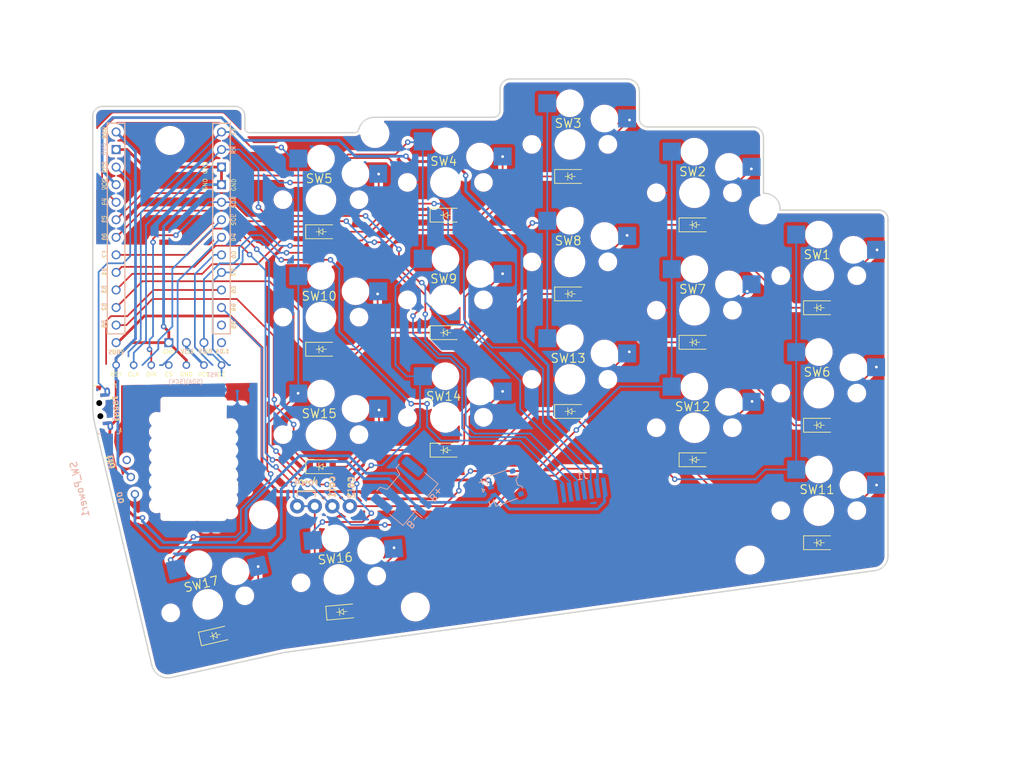
<source format=kicad_pcb>
(kicad_pcb (version 20211014) (generator pcbnew)
  (layers (0 "F.Cu" signal) (31 "B.Cu" signal) (34 "B.Paste" user) (35 "F.Paste" user) (36 "B.SilkS" user "B.Silkscreen") (37 "F.SilkS" user "F.Silkscreen") (38 "B.Mask" user) (39 "F.Mask" user) (44 "Edge.Cuts" user))
  (net 0 "")
  (net 1 "VBat")
  (net 2 "GND")
  (net 3 "row1")
  (net 4 "Net-(D1-Pad2)")
  (net 5 "Net-(D2-Pad2)")
  (net 6 "Net-(D3-Pad2)")
  (net 7 "Net-(D4-Pad2)")
  (net 8 "Net-(D5-Pad2)")
  (net 9 "row2")
  (net 10 "Net-(D6-Pad2)")
  (net 11 "Net-(D7-Pad2)")
  (net 12 "Net-(D8-Pad2)")
  (net 13 "Net-(D9-Pad2)")
  (net 14 "Net-(D10-Pad2)")
  (net 15 "row3")
  (net 16 "Net-(D11-Pad2)")
  (net 17 "Net-(D12-Pad2)")
  (net 18 "Net-(D13-Pad2)")
  (net 19 "Net-(D14-Pad2)")
  (net 20 "Net-(D15-Pad2)")
  (net 21 "row4")
  (net 22 "Net-(D16-Pad2)")
  (net 23 "Net-(D17-Pad2)")
  (net 24 "bsy")
  (net 25 "clk")
  (net 26 "cs")
  (net 27 "dc")
  (net 28 "din")
  (net 29 "3.3V")
  (net 30 "encoder_a")
  (net 31 "encoder_b")
  (net 32 "col3")
  (net 33 "VCC")
  (net 34 "0.06")
  (net 35 "0.08")
  (net 36 "0.15")
  (net 37 "0.05")
  (net 38 "col2")
  (net 39 "col1")
  (net 40 "col4")
  (net 41 "col5")
  (net 43 "VRaw")
  (net 44 "reset")
  (net 45 "VBus")
  (footprint "mylib:Diode" (layer "F.Cu") (at 163.924175 57.171463)
    (fp_text reference "D2" hide)
    (fp_text value "1N4148W" hide)
  )
  (footprint "mylib:Diode" (layer "F.Cu") (at 127.924175 55.771463)
    (fp_text reference "D4" hide)
    (fp_text value "1N4148W" hide)
  )
  (footprint "mylib:Diode" (layer "F.Cu") (at 109.924175 58.171463)
    (fp_text reference "D5" hide)
    (fp_text value "1N4148W" hide)
  )
  (footprint "mylib:Kailh_Choc_Hotplug" (layer "F.Cu") (at 127.878745 68.031463)
    (fp_text reference "SW9")
    (fp_text value "SW_PUSH-kbd" hide)
  )
  (footprint "mylib:Kailh_Choc_Hotplug" (layer "F.Cu") (at 93.51134 112.081463 13)
    (fp_text reference "SW17")
    (fp_text value "SW_PUSH-kbd" hide)
  )
  (footprint "mylib:pogopin_1x4" (layer "F.Cu") (at 110.253745 97.881463 180)
    (fp_text reference "J2" hide)
    (fp_text value "expantion1")
  )
  (footprint "mylib:Diode" (layer "F.Cu") (at 109.924175 75.171463)
    (fp_text reference "D10" hide)
    (fp_text value "1N4148W" hide)
  )
  (footprint "mylib:Diode" (layer "F.Cu") (at 127.924175 72.771463)
    (fp_text reference "D9" hide)
    (fp_text value "1N4148W" hide)
  )
  (footprint "mylib:Kailh_Choc_Hotplug" (layer "F.Cu") (at 145.878745 62.531463)
    (fp_text reference "SW8")
    (fp_text value "SW_PUSH-kbd" hide)
  )
  (footprint "mylib:Diode" (layer "F.Cu") (at 163.924175 91.171463)
    (fp_text reference "D12" hide)
    (fp_text value "1N4148W" hide)
  )
  (footprint "mylib:Diode" (layer "F.Cu") (at 112.899175 113.171463 5)
    (fp_text reference "D16" hide)
    (fp_text value "1N4148W" hide)
  )
  (footprint "mylib:Kailh_Choc_Hotplug" (layer "F.Cu") (at 145.878745 45.531463)
    (fp_text reference "SW3")
    (fp_text value "SW_PUSH-kbd" hide)
  )
  (footprint "mylib:Diode" (layer "F.Cu") (at 127.924175 89.771463)
    (fp_text reference "D14" hide)
    (fp_text value "1N4148W" hide)
  )
  (footprint "mylib:Kailh_Choc_Hotplug" (layer "F.Cu") (at 163.878745 86.531463)
    (fp_text reference "SW12")
    (fp_text value "SW_PUSH-kbd" hide)
  )
  (footprint "mylib:Kailh_Choc_Hotplug" (layer "F.Cu") (at 181.878745 64.531463)
    (fp_text reference "SW1")
    (fp_text value "SW_PUSH-kbd" hide)
  )
  (footprint "mylib:SW_Reset_vertical" (layer "F.Cu") (at 77.053743 83.981463 95)
    (fp_text reference "SW_Reset1" hide)
    (fp_text value "SW_RESET-kbd")
  )
  (footprint "mylib:Kailh_Choc_Hotplug" (layer "F.Cu") (at 109.878745 70.531463)
    (fp_text reference "SW10")
    (fp_text value "SW_PUSH-kbd" hide)
  )
  (footprint "MountingHole:MountingHole_3.2mm_M3_DIN965" (layer "F.Cu") (at 173.878745 55.031463)
    (fp_text reference "H4" hide)
    (fp_text value "MountingHole")
  )
  (footprint "mylib:Kailh_Choc_Hotplug" (layer "F.Cu") (at 127.878745 51.031463)
    (fp_text reference "SW4")
    (fp_text value "SW_PUSH-kbd" hide)
  )
  (footprint "MountingHole:MountingHole_3.2mm_M3_DIN965" (layer "F.Cu") (at 171.928745 105.681463)
    (fp_text reference "H1" hide)
    (fp_text value "MountingHole")
  )
  (footprint "mylib:Kailh_Choc_Hotplug" (layer "F.Cu") (at 109.878745 53.531463)
    (fp_text reference "SW5")
    (fp_text value "SW_PUSH-kbd" hide)
  )
  (footprint "mylib:Kailh_Choc_Hotplug" (layer "F.Cu") (at 112.471585 108.481463 5)
    (fp_text reference "SW16")
    (fp_text value "SW_PUSH-kbd" hide)
  )
  (footprint "mylib:Kailh_Choc_Hotplug" (layer "F.Cu") (at 163.878745 69.531463)
    (fp_text reference "SW7")
    (fp_text value "SW_PUSH-kbd" hide)
  )
  (footprint "mylib:Diode" (layer "F.Cu") (at 181.924175 103.171463)
    (fp_text reference "D11" hide)
    (fp_text value "1N4148W" hide)
  )
  (footprint "MountingHole:MountingHole_3.2mm_M3_DIN965" (layer "F.Cu") (at 117.678745 43.956463)
    (fp_text reference "H2" hide)
    (fp_text value "MountingHole")
  )
  (footprint "mylib:Kailh_Choc_Hotplug" (layer "F.Cu") (at 109.878745 87.531463)
    (fp_text reference "SW15")
    (fp_text value "SW_PUSH-kbd" hide)
  )
  (footprint "MountingHole:MountingHole_3.2mm_M3_DIN965" (layer "F.Cu") (at 101.578745 99.131463)
    (fp_text reference "H3" hide)
    (fp_text value "MountingHole")
  )
  (footprint "mylib:Kailh_Choc_Hotplug" (layer "F.Cu") (at 145.878745 79.531463)
    (fp_text reference "SW13")
    (fp_text value "SW_PUSH-kbd" hide)
  )
  (footprint "mylib:Diode" (layer "F.Cu") (at 145.924175 67.171463)
    (fp_text reference "D8" hide)
    (fp_text value "1N4148W" hide)
  )
  (footprint "mylib:ProMacroLite_Partial" (layer "F.Cu") (at 87.878743 57.706463)
    (fp_text reference "U1" hide)
    (fp_text value "ProMicro-kbd")
  )
  (footprint "mylib:Diode" (layer "F.Cu") (at 145.924175 84.171463)
    (fp_text reference "D13" hide)
    (fp_text value "1N4148W" hide)
  )
  (footprint "mylib:Diode" (layer "F.Cu") (at 181.924175 86.171463)
    (fp_text reference "D6" hide)
    (fp_text value "1N4148W" hide)
  )
  (footprint "mylib:Kailh_Choc_Hotplug" (layer "F.Cu") (at 163.878745 52.531463)
    (fp_text reference "SW2")
    (fp_text value "SW_PUSH-kbd" hide)
  )
  (footprint "mylib:Diode" (layer "F.Cu") (at 163.924175 74.171463)
    (fp_text reference "D7" hide)
    (fp_text value "1N4148W" hide)
  )
  (footprint "mylib:Conn_LCD" (layer "F.Cu") (at 87.878743 76.806463)
    (fp_text reference "Display1" hide)
    (fp_text value "Conn_Display_general")
  )
  (footprint "mylib:Kailh_Choc_Hotplug" (layer "F.Cu") (at 181.878745 98.531463)
    (fp_text reference "SW11")
    (fp_text value "SW_PUSH-kbd" hide)
  )
  (footprint "mylib:Diode" (layer "F.Cu") (at 109.924175 92.171463)
    (fp_text reference "D15" hide)
    (fp_text value "1N4148W" hide)
  )
  (footprint "mylib:Diode" (layer "F.Cu") (at 94.574175 116.596463 13)
    (fp_text reference "D17" hide)
    (fp_text value "1N4148W" hide)
  )
  (footprint "mylib:Diode" (layer "F.Cu") (at 181.924175 69.171463)
    (fp_text reference "D1" hide)
    (fp_text value "1N4148W" hide)
  )
  (footprint "mylib:Kailh_Choc_Hotplug" (layer "F.Cu") (at 127.878745 85.031463)
    (fp_text reference "SW14")
    (fp_text value "SW_PUSH-kbd" hide)
  )
  (footprint "mylib:Diode" (layer "F.Cu") (at 145.924175 50.171463)
    (fp_text reference "D3" hide)
    (fp_text value "1N4148W" hide)
  )
  (footprint "mylib:Kailh_Choc_Hotplug" (layer "F.Cu") (at 181.878745 81.531463)
    (fp_text reference "SW6")
    (fp_text value "SW_PUSH-kbd" hide)
  )
  (footprint "MountingHole:MountingHole_3.2mm_M3_DIN965" (layer "F.Cu") (at 123.528745 112.461463)
    (fp_text reference "H5" hide)
    (fp_text value "MountingHole")
  )
  (footprint "mylib:SW_BSI10" (layer "B.Cu") (at 79.178743 94.431463 -76.6)
    (fp_text reference "SW_Power1")
    (fp_text value "SW_Battery-kbd")
  )
  (footprint "mylib:JST_ACH_BM02B-ACHSS-GAN-ETF_1x02-1MP_P1.20mm_Vertical" (layer "B.Cu") (at 136.41 95.1 -70)
    (fp_text reference "WirelessCharger1" hide)
    (fp_text value "Conn_01x02_Female" hide)
  )
  (footprint "mylib:Molex_Panelmate_53780-0270_1x02-1MP_P1.25mm_Horizontal" (layer "B.Cu") (at 122.474175 96.146463 50)
    (fp_text reference "Bat_main1" hide)
    (fp_text value "Conn_Battery_solderable")
  )
  (footprint "mylib:fpc_pad_1x07_p1.0" (layer "B.Cu") (at 147.89233 95.54924 -172)
    (fp_text reference "J1")
    (fp_text value "Conn_01x07_Male" hide)
  )
  (gr_line (start 157.128743 43.006463) (end 172.378743 43.006463) (layer "Edge.Cuts") (width 0.2))
  (gr_arc (start 154.233743 36.061463) (mid 155.438805 36.621321) (end 155.928743 37.856463) (layer "Edge.Cuts") (width 0.2))
  (gr_line (start 176.278743 55.031463) (end 190.528743 55.031463) (layer "Edge.Cuts") (width 0.2))
  (gr_arc (start 115.373629 43.255698) (mid 115.152929 43.657538) (end 114.728743 43.831463) (layer "Edge.Cuts") (width 0.2))
  (gr_line (start 77.328743 86.656463) (end 85.438743 120.976463) (layer "Edge.Cuts") (width 0.2))
  (gr_arc (start 135.778938 37.54105) (mid 136.222437 36.490666) (end 137.278743 36.061463) (layer "Edge.Cuts") (width 0.2))
  (gr_arc (start 157.128744 43.006458) (mid 156.269863 42.629988) (end 155.928748 41.756463) (layer "Edge.Cuts") (width 0.2))
  (gr_arc (start 172.378743 43.006463) (mid 173.439403 43.445803) (end 173.878743 44.506463) (layer "Edge.Cuts") (width 0.2))
  (gr_line (start 117.678743 41.606463) (end 134.828743 41.606463) (layer "Edge.Cuts") (width 0.2))
  (gr_line (start 191.878743 56.306463) (end 191.878743 105.031463) (layer "Edge.Cuts") (width 0.2))
  (gr_arc (start 97.378743 40.031463) (mid 98.379645 40.35538) (end 98.878743 41.281463) (layer "Edge.Cuts") (width 0.2))
  (gr_line (start 173.878743 44.506463) (end 173.878743 52.606463) (layer "Edge.Cuts") (width 0.2))
  (gr_line (start 104.503743 119.056463) (end 88.198743 122.676463) (layer "Edge.Cuts") (width 0.2))
  (gr_arc (start 190.528743 55.031463) (mid 191.467805 55.389368) (end 191.878743 56.306463) (layer "Edge.Cuts") (width 0.2))
  (gr_line (start 137.278743 36.061463) (end 154.233743 36.061463) (layer "Edge.Cuts") (width 0.2))
  (gr_arc (start 88.198743 122.676463) (mid 86.485968 122.366733) (end 85.438743 120.976463) (layer "Edge.Cuts") (width 0.2))
  (gr_line (start 104.503743 119.056463) (end 190.238543 107.166463) (layer "Edge.Cuts") (width 0.2))
  (gr_line (start 155.928743 37.856463) (end 155.928743 41.756463) (layer "Edge.Cuts") (width 0.2))
  (gr_arc (start 77.328743 86.656463) (mid 77.008697 85.10765) (end 76.878743 83.531463) (layer "Edge.Cuts") (width 0.2))
  (gr_arc (start 191.878727 105.031479) (mid 191.435564 106.388544) (end 190.238543 107.166463) (layer "Edge.Cuts") (width 0.2))
  (gr_arc (start 99.454743 43.831463) (mid 99.056305 43.620742) (end 98.878743 43.206463) (layer "Edge.Cuts") (width 0.2))
  (gr_arc (start 115.373629 43.255698) (mid 116.24686 42.040671) (end 117.678743 41.606463) (layer "Edge.Cuts") (width 0.2))
  (gr_arc (start 173.878848 52.60644) (mid 175.621206 53.282161) (end 176.278743 55.031463) (layer "Edge.Cuts") (width 0.2))
  (gr_line (start 76.878743 83.531463) (end 76.878743 41.281463) (layer "Edge.Cuts") (width 0.2))
  (gr_line (start 98.878743 43.206463) (end 98.878743 41.281463) (layer "Edge.Cuts") (width 0.2))
  (gr_line (start 97.378743 40.031463) (end 78.378743 40.031463) (layer "Edge.Cuts") (width 0.2))
  (gr_arc (start 76.878743 41.281463) (mid 77.381918 40.360273) (end 78.378743 40.031463) (layer "Edge.Cuts") (width 0.2))
  (gr_line (start 135.778743 40.606463) (end 135.778743 37.541063) (layer "Edge.Cuts") (width 0.2))
  (gr_arc (start 135.778742 40.60646) (mid 135.51085 41.303213) (end 134.828743 41.606463) (layer "Edge.Cuts") (width 0.2))
  (gr_line (start 99.454743 43.831463) (end 114.728743 43.831463) (layer "Edge.Cuts") (width 0.2))
  (segment (start 113.599175 91.421463) (end 108.107857 91.421463) (width 0.4) (layer "B.Cu") (net 1))
  (segment (start 89.330831 103.848489) (end 89.29332 103.886) (width 0.4) (layer "B.Cu") (net 1))
  (segment (start 104.14 95.38932) (end 104.14 102.362) (width 0.4) (layer "B.Cu") (net 1))
  (segment (start 86.582712 103.886) (end 82.977543 100.280831) (width 0.4) (layer "B.Cu") (net 1))
  (segment (start 82.977543 100.280831) (end 82.977543 96.137546) (width 0.4) (layer "B.Cu") (net 1))
  (segment (start 89.29332 103.886) (end 86.582712 103.886) (width 0.4) (layer "B.Cu") (net 1))
  (segment (start 116.099175 93.921463) (end 113.599175 91.421463) (width 0.4) (layer "B.Cu") (net 1))
  (segment (start 119.713774 93.921463) (end 116.099175 93.921463) (width 0.4) (layer "B.Cu") (net 1))
  (segment (start 108.107857 91.421463) (end 104.14 95.38932) (width 0.4) (layer "B.Cu") (net 1))
  (segment (start 104.14 102.362) (end 102.653511 103.848489) (width 0.4) (layer "B.Cu") (net 1))
  (segment (start 124.217357 98.425046) (end 119.713774 93.921463) (width 0.4) (layer "B.Cu") (net 1))
  (segment (start 102.653511 103.848489) (end 89.330831 103.848489) (width 0.4) (layer "B.Cu") (net 1))
  (segment (start 81.836463 46.276463) (end 84.376463 48.816463) (width 0.4) (layer "F.Cu") (net 2))
  (segment (start 84.074 99.568) (end 83.058 99.568) (width 0.4) (layer "F.Cu") (net 2))
  (segment (start 87.878743 72.638743) (end 87.878743 74.216463) (width 0.4) (layer "F.Cu") (net 2))
  (segment (start 83.058 99.568) (end 81.534 98.044) (width 0.4) (layer "F.Cu") (net 2))
  (segment (start 84.376463 48.816463) (end 95.498743 48.816463) (width 0.4) (layer "F.Cu") (net 2))
  (segment (start 80.258743 46.276463) (end 81.836463 46.276463) (width 0.4) (layer "F.Cu") (net 2))
  (segment (start 87.878743 74.216463) (end 82.501537 74.216463) (width 0.4) (layer "F.Cu") (net 2))
  (segment (start 95.498743 48.816463) (end 95.498743 51.356463) (width 0.4) (layer "F.Cu") (net 2))
  (segment (start 80.264 85.434016) (end 79.413451 86.284565) (width 0.4) (layer "F.Cu") (net 2))
  (segment (start 82.501537 74.216463) (end 80.264 76.454) (width 0.4) (layer "F.Cu") (net 2))
  (segment (start 79.248 88.646) (end 79.413451 86.284565) (width 0.4) (layer "F.Cu") (net 2))
  (segment (start 80.264 76.454) (end 80.264 85.434016) (width 0.4) (layer "F.Cu") (net 2))
  (segment (start 90.418743 76.756463) (end 90.418743 77.466463) (width 0.4) (layer "F.Cu") (net 2))
  (segment (start 87.122 71.882) (end 87.878743 72.638743) (width 0.4) (layer "F.Cu") (net 2))
  (segment (start 81.534 98.044) (end 79.248 88.646) (width 0.4) (layer "F.Cu") (net 2))
  (segment (start 87.878743 74.216463) (end 90.418743 76.756463) (width 0.4) (layer "F.Cu") (net 2))
  (via (at 87.122 71.882) (size 0.8) (drill 0.4) (layers "F.Cu" "B.Cu") (net 2))
  (via (at 84.074 99.568) (size 0.8) (drill 0.4) (layers "F.Cu" "B.Cu") (net 2))
  (segment (start 116.424175 93.121463) (end 120.674814 93.121463) (width 0.4) (layer "B.Cu") (net 2))
  (segment (start 84.074 100.076) (end 87.122 103.124) (width 0.4) (layer "B.Cu") (net 2))
  (segment (start 137.16 98.298) (end 149.86 98.298) (width 0.4) (layer "B.Cu") (net 2))
  (segment (start 113.899175 90.596463) (end 116.424175 93.121463) (width 0.4) (layer "B.Cu") (net 2))
  (segment (start 97.536 103.124) (end 99.06 101.6) (width 0.4) (layer "B.Cu") (net 2))
  (segment (start 87.122 103.124) (end 97.536 103.124) (width 0.4) (layer "B.Cu") (net 2))
  (segment (start 99.06 98.298) (end 106.761537 90.596463) (width 0.4) (layer "B.Cu") (net 2))
  (segment (start 93.193537 51.356463) (end 95.498743 51.356463) (width 0.4) (layer "B.Cu") (net 2))
  (segment (start 84.074 99.568) (end 84.074 100.076) (width 0.4) (layer "B.Cu") (net 2))
  (segment (start 87.122 57.428) (end 93.193537 51.356463) (width 0.4) (layer "B.Cu") (net 2))
  (segment (start 134.853288 96.305103) (end 135.167103 96.305103) (width 0.4) (layer "B.Cu") (net 2))
  (segment (start 150.876 97.282) (end 150.876 95.144587) (width 0.4) (layer "B.Cu") (net 2))
  (segment (start 106.761537 90.596463) (end 113.899175 90.596463) (width 0.4) (layer "B.Cu") (net 2))
  (segment (start 149.86 98.298) (end 150.876 97.282) (width 0.4) (layer "B.Cu") (net 2))
  (segment (start 99.06 101.6) (end 99.06 98.298) (width 0.4) (layer "B.Cu") (net 2))
  (segment (start 125.158333 97.33) (end 133.828391 97.33) (width 0.4) (layer "B.Cu") (net 2))
  (segment (start 133.828391 97.33) (end 134.853288 96.305103) (width 0.4) (layer "B.Cu") (net 2))
  (segment (start 120.674814 93.121463) (end 125.020842 97.467491) (width 0.4) (layer "B.Cu") (net 2))
  (segment (start 87.122 71.882) (end 87.122 57.428) (width 0.4) (layer "B.Cu") (net 2))
  (segment (start 135.167103 96.305103) (end 137.16 98.298) (width 0.4) (layer "B.Cu") (net 2))
  (segment (start 108.988712 59.436) (end 108.274175 58.721463) (width 0.25) (layer "F.Cu") (net 3))
  (segment (start 180.274175 69.171463) (end 177.999175 69.171463) (width 0.25) (layer "F.Cu") (net 3))
  (segment (start 115.824 59.436) (end 108.988712 59.436) (width 0.25) (layer "F.Cu") (net 3))
  (segment (start 92.71 64.262) (end 94.110537 62.861463) (width 0.25) (layer "F.Cu") (net 3))
  (segment (start 108.274175 58.721463) (end 108.274175 58.171463) (width 0.25) (layer "F.Cu") (net 3))
  (segment (start 100.644175 62.861463) (end 105.334175 58.171463) (width 0.25) (layer "F.Cu") (net 3))
  (segment (start 162.274175 57.171463) (end 157.049175 57.171463) (width 0.25) (layer "F.Cu") (net 3))
  (segment (start 144.399175 50.171463) (end 139.749175 50.171463) (width 0.25) (layer "F.Cu") (net 3))
  (segment (start 170.149175 61.321463) (end 166.424175 61.321463) (width 0.25) (layer "F.Cu") (net 3))
  (segment (start 119.488537 55.771463) (end 115.824 59.436) (width 0.25) (layer "F.Cu") (net 3))
  (segment (start 177.999175 69.171463) (end 170.149175 61.321463) (width 0.25) (layer "F.Cu") (net 3))
  (segment (start 139.749175 50.171463) (end 132.770638 57.15) (width 0.25) (layer "F.Cu") (net 3))
  (segment (start 105.334175 58.171463) (end 108.274175 58.171463) (width 0.25) (layer "F.Cu") (net 3))
  (segment (start 94.110537 62.861463) (end 100.644175 62.861463) (width 0.25) (layer "F.Cu") (net 3))
  (segment (start 126.274175 55.771463) (end 119.488537 55.771463) (width 0.25) (layer "F.Cu") (net 3))
  (segment (start 80.258743 66.596463) (end 82.593206 64.262) (width 0.25) (layer "F.Cu") (net 3))
  (segment (start 166.424175 61.321463) (end 162.274175 57.171463) (width 0.25) (layer "F.Cu") (net 3))
  (segment (start 127.652712 57.15) (end 126.274175 55.771463) (width 0.25) (layer "F.Cu") (net 3))
  (segment (start 157.049175 57.171463) (end 154.424175 54.546463) (width 0.25) (layer "F.Cu") (net 3))
  (segment (start 148.774175 54.546463) (end 144.399175 50.171463) (width 0.25) (layer "F.Cu") (net 3))
  (segment (start 132.770638 57.15) (end 127.652712 57.15) (width 0.25) (layer "F.Cu") (net 3))
  (segment (start 82.593206 64.262) (end 92.71 64.262) (width 0.25) (layer "F.Cu") (net 3))
  (segment (start 154.424175 54.546463) (end 148.774175 54.546463) (width 0.25) (layer "F.Cu") (net 3))
  (segment (start 190.299175 60.796463) (end 188.074175 63.021463) (width 0.25) (layer "F.Cu") (net 4))
  (segment (start 185.099175 67.646463) (end 183.574175 69.171463) (width 0.25) (layer "F.Cu") (net 4))
  (segment (start 188.074175 63.021463) (end 186.449175 63.021463) (width 0.25) (layer "F.Cu") (net 4))
  (segment (start 186.449175 63.021463) (end 185.099175 64.371463) (width 0.25) (layer "F.Cu") (net 4))
  (segment (start 185.099175 64.371463) (end 185.099175 67.646463) (width 0.25) (layer "F.Cu") (net 4))
  (via (at 190.299175 60.796463) (size 0.8) (drill 0.4) (layers "F.Cu" "B.Cu") (net 4))
  (segment (start 170.249175 50.946463) (end 167.949175 50.946463) (width 0.25) (layer "F.Cu") (net 5))
  (segment (start 166.774175 52.121463) (end 166.774175 55.971463) (width 0.25) (layer "F.Cu") (net 5))
  (segment (start 167.949175 50.946463) (end 166.774175 52.121463) (width 0.25) (layer "F.Cu") (net 5))
  (segment (start 166.774175 55.971463) (end 165.574175 57.171463) (width 0.25) (layer "F.Cu") (net 5))
  (segment (start 172.124175 49.071463) (end 170.249175 50.946463) (width 0.25) (layer "F.Cu") (net 5))
  (via (at 172.124175 49.071463) (size 0.8) (drill 0.4) (layers "F.Cu" "B.Cu") (net 5))
  (segment (start 150.199175 43.971463) (end 148.749175 45.421463) (width 0.25) (layer "F.Cu") (net 6))
  (segment (start 152.524175 43.971463) (end 150.199175 43.971463) (width 0.25) (layer "F.Cu") (net 6))
  (segment (start 148.749175 45.421463) (end 148.749175 48.996463) (width 0.25) (layer "F.Cu") (net 6))
  (segment (start 148.749175 48.996463) (end 147.574175 50.171463) (width 0.25) (layer "F.Cu") (net 6))
  (segment (start 154.499175 41.996463) (end 152.524175 43.971463) (width 0.25) (layer "F.Cu") (net 6))
  (via (at 154.499175 41.996463) (size 0.8) (drill 0.4) (layers "F.Cu" "B.Cu") (net 6))
  (segment (start 133.077537 55.771463) (end 129.574175 55.771463) (width 0.25) (layer "F.Cu") (net 7))
  (segment (start 136.149175 47.296463) (end 136.149175 52.699825) (width 0.25) (layer "F.Cu") (net 7))
  (segment (start 136.149175 52.699825) (end 133.077537 55.771463) (width 0.25) (layer "F.Cu") (net 7))
  (via (at 136.149175 47.296463) (size 0.8) (drill 0.4) (layers "F.Cu" "B.Cu") (net 7))
  (segment (start 118.224175 56.019825) (end 116.072537 58.171463) (width 0.25) (layer "F.Cu") (net 8))
  (segment (start 118.224175 49.821463) (end 118.224175 56.019825) (width 0.25) (layer "F.Cu") (net 8))
  (segment (start 116.072537 58.171463) (end 111.574175 58.171463) (width 0.25) (layer "F.Cu") (net 8))
  (via (at 118.224175 49.821463) (size 0.8) (drill 0.4) (layers "F.Cu" "B.Cu") (net 8))
  (segment (start 127.624175 74.921463) (end 126.274175 73.571463) (width 0.25) (layer "F.Cu") (net 9))
  (segment (start 139.399175 67.171463) (end 131.649175 74.921463) (width 0.25) (layer "F.Cu") (net 9))
  (segment (start 139.399175 67.171463) (end 145.224175 67.171463) (width 0.25) (layer "F.Cu") (net 9))
  (segment (start 114.3 76.454) (end 109.556712 76.454) (width 0.25) (layer "F.Cu") (net 9))
  (segment (start 149.824175 71.771463) (end 145.224175 67.171463) (width 0.25) (layer "F.Cu") (net 9))
  (segment (start 170.199175 78.071463) (end 166.174175 78.071463) (width 0.25) (layer "F.Cu") (net 9))
  (segment (start 109.556712 76.454) (end 108.274175 75.171463) (width 0.25) (layer "F.Cu") (net 9))
  (segment (start 102.415463 65.331463) (end 106.68 69.596) (width 0.25) (layer "F.Cu") (net 9))
  (segment (start 126.274175 72.771463) (end 117.982537 72.771463) (width 0.25) (layer "F.Cu") (net 9))
  (segment (start 166.174175 78.071463) (end 162.274175 74.171463) (width 0.25) (layer "F.Cu") (net 9))
  (segment (start 178.299175 86.171463) (end 170.199175 78.071463) (width 0.25) (layer "F.Cu") (net 9))
  (segment (start 131.649175 74.921463) (end 127.624175 74.921463) (width 0.25) (layer "F.Cu") (net 9))
  (segment (start 84.063743 65.331463) (end 102.415463 65.331463) (width 0.25) (layer "F.Cu") (net 9))
  (segment (start 126.274175 73.571463) (end 126.274175 72.771463) (width 0.25) (layer "F.Cu") (net 9))
  (segment (start 162.274175 74.171463) (end 156.599175 74.171463) (width 0.25) (layer "F.Cu") (net 9))
  (segment (start 106.68 69.596) (end 106.68 73.577288) (width 0.25) (layer "F.Cu") (net 9))
  (segment (start 80.258743 69.136463) (end 84.063743 65.331463) (width 0.25) (layer "F.Cu") (net 9))
  (segment (start 180.274175 86.171463) (end 178.299175 86.171463) (width 0.25) (layer "F.Cu") (net 9))
  (segment (start 154.199175 71.771463) (end 149.824175 71.771463) (width 0.25) (layer "F.Cu") (net 9))
  (segment (start 106.68 73.577288) (end 108.274175 75.171463) (width 0.25) (layer "F.Cu") (net 9))
  (segment (start 156.599175 74.171463) (end 154.199175 71.771463) (width 0.25) (layer "F.Cu") (net 9))
  (segment (start 117.982537 72.771463) (end 114.3 76.454) (width 0.25) (layer "F.Cu") (net 9))
  (segment (start 190.199175 77.746463) (end 187.974175 79.971463) (width 0.25) (layer "F.Cu") (net 10))
  (segment (start 186.774175 79.971463) (end 184.999175 81.746463) (width 0.25) (layer "F.Cu") (net 10))
  (segment (start 184.999175 84.746463) (end 183.574175 86.171463) (width 0.25) (layer "F.Cu") (net 10))
  (segment (start 184.999175 81.746463) (end 184.999175 84.746463) (width 0.25) (layer "F.Cu") (net 10))
  (segment (start 187.974175 79.971463) (end 186.774175 79.971463) (width 0.25) (layer "F.Cu") (net 10))
  (via (at 190.199175 77.746463) (size 0.8) (drill 0.4) (layers "F.Cu" "B.Cu") (net 10))
  (segment (start 165.574175 74.171463) (end 166.724175 73.021463) (width 0.25) (layer "F.Cu") (net 11))
  (segment (start 167.974175 67.996463) (end 170.324175 67.996463) (width 0.25) (layer "F.Cu") (net 11))
  (segment (start 166.724175 73.021463) (end 166.724175 69.246463) (width 0.25) (layer "F.Cu") (net 11))
  (segment (start 166.724175 69.246463) (end 167.974175 67.996463) (width 0.25) (layer "F.Cu") (net 11))
  (segment (start 170.324175 67.996463) (end 171.522148 66.79849) (width 0.25) (layer "F.Cu") (net 11))
  (via (at 171.522148 66.79849) (size 0.8) (drill 0.4) (layers "F.Cu" "B.Cu") (net 11))
  (segment (start 151.849175 60.996463) (end 150.374175 60.996463) (width 0.25) (layer "F.Cu") (net 12))
  (segment (start 148.924175 65.821463) (end 147.574175 67.171463) (width 0.25) (layer "F.Cu") (net 12))
  (segment (start 148.924175 62.446463) (end 148.924175 65.821463) (width 0.25) (layer "F.Cu") (net 12))
  (segment (start 154.149175 58.696463) (end 151.849175 60.996463) (width 0.25) (layer "F.Cu") (net 12))
  (segment (start 150.374175 60.996463) (end 148.924175 62.446463) (width 0.25) (layer "F.Cu") (net 12))
  (via (at 154.149175 58.696463) (size 0.8) (drill 0.4) (layers "F.Cu" "B.Cu") (net 12))
  (segment (start 136.149175 64.246463) (end 133.924175 66.471463) (width 0.25) (layer "F.Cu") (net 13))
  (segment (start 130.699175 71.646463) (end 129.574175 72.771463) (width 0.25) (layer "F.Cu") (net 13))
  (segment (start 130.699175 67.596463) (end 130.699175 71.646463) (width 0.25) (layer "F.Cu") (net 13))
  (segment (start 131.824175 66.471463) (end 130.699175 67.596463) (width 0.25) (layer "F.Cu") (net 13))
  (segment (start 133.924175 66.471463) (end 131.824175 66.471463) (width 0.25) (layer "F.Cu") (net 13))
  (via (at 136.149175 64.246463) (size 0.8) (drill 0.4) (layers "F.Cu" "B.Cu") (net 13))
  (segment (start 114.820537 75.171463) (end 111.574175 75.171463) (width 0.25) (layer "F.Cu") (net 14))
  (segment (start 118.074175 67.171463) (end 118.074175 71.917825) (width 0.25) (layer "F.Cu") (net 14))
  (segment (start 118.074175 71.917825) (end 114.820537 75.171463) (width 0.25) (layer "F.Cu") (net 14))
  (via (at 118.074175 67.171463) (size 0.8) (drill 0.4) (layers "F.Cu" "B.Cu") (net 14))
  (segment (start 80.258743 71.676463) (end 81.739537 71.676463) (width 0.25) (layer "F.Cu") (net 15))
  (segment (start 152.761463 91.171463) (end 145.761463 84.171463) (width 0.25) (layer "F.Cu") (net 15))
  (segment (start 113.198638 93.472) (end 109.574712 93.472) (width 0.25) (layer "F.Cu") (net 15))
  (segment (start 126.274175 89.771463) (end 116.899175 89.771463) (width 0.25) (layer "F.Cu") (net 15))
  (segment (start 81.739537 71.676463) (end 85.514537 67.901463) (width 0.25) (layer "F.Cu") (net 15))
  (segment (start 103.044175 73.221463) (end 103.044175 82.351463) (width 0.25) (layer "F.Cu") (net 15))
  (segment (start 105.934175 89.831463) (end 105.934175 86.051463) (width 0.25) (layer "F.Cu") (net 15))
  (segment (start 116.899175 89.771463) (end 113.198638 93.472) (width 0.25) (layer "F.Cu") (net 15))
  (segment (start 109.574712 93.472) (end 105.934175 89.831463) (width 0.25) (layer "F.Cu") (net 15))
  (segment (start 172.374175 101.271463) (end 162.274175 91.171463) (width 0.25) (layer "F.Cu") (net 15))
  (segment (start 140.474175 84.171463) (end 133.124175 91.521463) (width 0.25) (layer "F.Cu") (net 15))
  (segment (start 133.124175 91.521463) (end 128.024175 91.521463) (width 0.25) (layer "F.Cu") (net 15))
  (segment (start 140.474175 84.171463) (end 145.761463 84.171463) (width 0.25) (layer "F.Cu") (net 15))
  (segment (start 97.724175 67.901463) (end 103.044175 73.221463) (width 0.25) (layer "F.Cu") (net 15))
  (segment (start 128.024175 91.521463) (end 126.274175 89.771463) (width 0.25) (layer "F.Cu") (net 15))
  (segment (start 180.274175 103.171463) (end 178.374175 101.271463) (width 0.25) (layer "F.Cu") (net 15))
  (segment (start 162.274175 91.171463) (end 152.761463 91.171463) (width 0.25) (layer "F.Cu") (net 15))
  (segment (start 103.044175 82.351463) (end 103.144175 82.451463) (width 0.25) (layer "F.Cu") (net 15))
  (segment (start 178.374175 101.271463) (end 172.374175 101.271463) (width 0.25) (layer "F.Cu") (net 15))
  (segment (start 85.514537 67.901463) (end 97.724175 67.901463) (width 0.25) (layer "F.Cu") (net 15))
  (via (at 105.934175 86.051463) (size 0.8) (drill 0.4) (layers "F.Cu" "B.Cu") (net 15))
  (via (at 103.144175 82.451463) (size 0.8) (drill 0.4) (layers "F.Cu" "B.Cu") (net 15))
  (segment (start 103.144175 82.451463) (end 103.144175 83.261463) (width 0.25) (layer "B.Cu") (net 15))
  (segment (start 103.144175 83.261463) (end 105.934175 86.051463) (width 0.25) (layer "B.Cu") (net 15))
  (segment (start 187.999175 97.046463) (end 186.374175 97.046463) (width 0.25) (layer "F.Cu") (net 16))
  (segment (start 186.374175 97.046463) (end 185.074175 98.346463) (width 0.25) (layer "F.Cu") (net 16))
  (segment (start 185.074175 101.671463) (end 183.574175 103.171463) (width 0.25) (layer "F.Cu") (net 16))
  (segment (start 190.224175 94.821463) (end 187.999175 97.046463) (width 0.25) (layer "F.Cu") (net 16))
  (segment (start 185.074175 98.346463) (end 185.074175 101.671463) (width 0.25) (layer "F.Cu") (net 16))
  (via (at 190.224175 94.821463) (size 0.8) (drill 0.4) (layers "F.Cu" "B.Cu") (net 16))
  (segment (start 168.349175 84.996463) (end 166.999175 86.346463) (width 0.25) (layer "F.Cu") (net 17))
  (segment (start 166.999175 86.346463) (end 166.999175 89.746463) (width 0.25) (layer "F.Cu") (net 17))
  (segment (start 166.999175 89.746463) (end 165.574175 91.171463) (width 0.25) (layer "F.Cu") (net 17))
  (segment (start 172.224175 82.721463) (end 169.949175 84.996463) (width 0.25) (layer "F.Cu") (net 17))
  (segment (start 169.949175 84.996463) (end 168.349175 84.996463) (width 0.25) (layer "F.Cu") (net 17))
  (via (at 172.224175 82.721463) (size 0.8) (drill 0.4) (layers "F.Cu" "B.Cu") (net 17))
  (segment (start 148.799175 79.271463) (end 148.799175 82.946463) (width 0.25) (layer "F.Cu") (net 18))
  (segment (start 150.049175 78.021463) (end 148.799175 79.271463) (width 0.25) (layer "F.Cu") (net 18))
  (segment (start 151.999175 78.021463) (end 150.049175 78.021463) (width 0.25) (layer "F.Cu") (net 18))
  (segment (start 154.474175 75.546463) (end 151.999175 78.021463) (width 0.25) (layer "F.Cu") (net 18))
  (segment (start 148.799175 82.946463) (end 147.574175 84.171463) (width 0.25) (layer "F.Cu") (net 18))
  (via (at 154.474175 75.546463) (size 0.8) (drill 0.4) (layers "F.Cu" "B.Cu") (net 18))
  (segment (start 130.599175 84.621463) (end 130.599175 88.746463) (width 0.25) (layer "F.Cu") (net 19))
  (segment (start 133.949175 83.471463) (end 131.749175 83.471463) (width 0.25) (layer "F.Cu") (net 19))
  (segment (start 136.149175 81.271463) (end 133.949175 83.471463) (width 0.25) (layer "F.Cu") (net 19))
  (segment (start 131.749175 83.471463) (end 130.599175 84.621463) (width 0.25) (layer "F.Cu") (net 19))
  (segment (start 130.599175 88.746463) (end 129.574175 89.771463) (width 0.25) (layer "F.Cu") (net 19))
  (via (at 136.149175 81.271463) (size 0.8) (drill 0.4) (layers "F.Cu" "B.Cu") (net 19))
  (segment (start 118.274175 87.465825) (end 113.568537 92.171463) (width 0.25) (layer "F.Cu") (net 20))
  (segment (start 118.274175 83.971463) (end 118.274175 87.465825) (width 0.25) (layer "F.Cu") (net 20))
  (segment (start 113.568537 92.171463) (end 111.574175 92.171463) (width 0.25) (layer "F.Cu") (net 20))
  (via (at 118.274175 83.971463) (size 0.8) (drill 0.4) (layers "F.Cu" "B.Cu") (net 20))
  (segment (start 101.449175 117.821463) (end 105.955368 113.31527) (width 0.25) (layer "F.Cu") (net 21))
  (segment (start 92.966464 116.967632) (end 93.820295 117.821463) (width 0.25) (layer "F.Cu") (net 21))
  (segment (start 93.820295 117.821463) (end 101.449175 117.821463) (width 0.25) (layer "F.Cu") (net 21))
  (segment (start 111.255454 113.31527) (end 108.983745 111.043561) (width 0.25) (layer "F.Cu") (net 21))
  (segment (start 105.955368 113.31527) (end 111.255454 113.31527) (width 0.25) (layer "F.Cu") (net 21))
  (segment (start 103.378 92.202) (end 105.918 94.742) (width 0.25) (layer "F.Cu") (net 21))
  (segment (start 108.983745 111.043561) (end 108.983745 97.881463) (width 0.25) (layer "F.Cu") (net 21))
  (via (at 105.918 94.742) (size 0.8) (drill 0.4) (layers "F.Cu" "B.Cu") (net 21))
  (via (at 103.378 92.202) (size 0.8) (drill 0.4) (layers "F.Cu" "B.Cu") (net 21))
  (segment (start 101.346 74.98372) (end 95.498743 69.136463) (width 0.25) (layer "B.Cu") (net 21))
  (segment (start 102.861386 92.202) (end 101.346 90.686614) (width 0.25) (layer "B.Cu") (net 21))
  (segment (start 106.443745 97.881463) (end 108.983745 97.881463) (width 0.25) (layer "B.Cu") (net 21))
  (segment (start 105.918 94.742) (end 105.918 96.52) (width 0.25) (layer "B.Cu") (net 21))
  (segment (start 101.346 90.686614) (end 101.346 74.98372) (width 0.25) (layer "B.Cu") (net 21))
  (segment (start 106.443745 97.045745) (end 106.443745 97.881463) (width 0.25) (layer "B.Cu") (net 21))
  (segment (start 105.918 96.52) (end 106.443745 97.045745) (width 0.25) (layer "B.Cu") (net 21))
  (segment (start 103.378 92.202) (end 102.861386 92.202) (width 0.25) (layer "B.Cu") (net 21))
  (segment (start 118.899175 106.521463) (end 116.449175 106.521463) (width 0.25) (layer "F.Cu") (net 22))
  (segment (start 115.499175 107.471463) (end 115.499175 112.071377) (width 0.25) (layer "F.Cu") (net 22))
  (segment (start 115.499175 112.071377) (end 114.542896 113.027656) (width 0.25) (layer "F.Cu") (net 22))
  (segment (start 116.449175 106.521463) (end 115.499175 107.471463) (width 0.25) (layer "F.Cu") (net 22))
  (segment (start 120.449175 104.971463) (end 118.899175 106.521463) (width 0.25) (layer "F.Cu") (net 22))
  (segment (start 120.449175 103.896463) (end 120.449175 104.971463) (width 0.25) (layer "F.Cu") (net 22))
  (via (at 120.449175 103.896463) (size 0.8) (drill 0.4) (layers "F.Cu" "B.Cu") (net 22))
  (segment (start 97.924175 109.371463) (end 96.774175 110.521463) (width 0.25) (layer "F.Cu") (net 23))
  (segment (start 100.799175 106.621463) (end 100.799175 108.496463) (width 0.25) (layer "F.Cu") (net 23))
  (segment (start 100.799175 108.496463) (end 99.924175 109.371463) (width 0.25) (layer "F.Cu") (net 23))
  (segment (start 99.924175 109.371463) (end 97.924175 109.371463) (width 0.25) (layer "F.Cu") (net 23))
  (segment (start 96.774175 115.633005) (end 96.181886 116.225294) (width 0.25) (layer "F.Cu") (net 23))
  (segment (start 96.774175 110.521463) (end 96.774175 115.633005) (width 0.25) (layer "F.Cu") (net 23))
  (via (at 100.799175 106.621463) (size 0.8) (drill 0.4) (layers "F.Cu" "B.Cu") (net 23))
  (segment (start 95.498743 66.596463) (end 85.669175 66.596463) (width 0.25) (layer "F.Cu") (net 24))
  (segment (start 81.884175 70.381463) (end 79.514175 70.381463) (width 0.25) (layer "F.Cu") (net 24))
  (segment (start 78.814175 71.081463) (end 78.814175 77.309895) (width 0.25) (layer "F.Cu") (net 24))
  (segment (start 79.514175 70.381463) (end 78.814175 71.081463) (width 0.25) (layer "F.Cu") (net 24))
  (segment (start 85.669175 66.596463) (end 81.884175 70.381463) (width 0.25) (layer "F.Cu") (net 24))
  (segment (start 86.98514 77.466463) (end 89.154 75.297603) (width 0.25) (layer "B.Cu") (net 25))
  (segment (start 89.154 75.297603) (end 89.154 65.321206) (width 0.25) (layer "B.Cu") (net 25))
  (segment (start 86.590743 77.466463) (end 86.98514 77.466463) (width 0.25) (layer "B.Cu") (net 25))
  (segment (start 89.154 65.321206) (end 95.498743 58.976463) (width 0.25) (layer "B.Cu") (net 25))
  (segment (start 122.936 83.058) (end 125.222 83.058) (width 0.25) (layer "F.Cu") (net 26))
  (segment (start 111.252 62.23) (end 104.14 62.23) (width 0.25) (layer "F.Cu") (net 26))
  (via (at 125.222 83.058) (size 0.8) (drill 0.4) (layers "F.Cu" "B.Cu") (net 26))
  (via (at 111.252 62.23) (size 0.8) (drill 0.4) (layers "F.Cu" "B.Cu") (net 26))
  (via (at 104.14 62.23) (size 0.8) (drill 0.4) (layers "F.Cu" "B.Cu") (net 26))
  (via (at 122.936 83.058) (size 0.8) (drill 0.4) (layers "F.Cu" "B.Cu") (net 26))
  (segment (start 96.979537 64.056463) (end 95.498743 64.056463) (width 0.25) (layer "B.Cu") (net 26))
  (segment (start 138.684 88.392) (end 144.921526 94.629526) (width 0.25) (layer "B.Cu") (net 26))
  (segment (start 95.498743 64.056463) (end 94.234 65.321206) (width 0.25) (layer "B.Cu") (net 26))
  (segment (start 103.886 62.23) (end 101.092 59.436) (width 0.25) (layer "B.Cu") (net 26))
  (segment (start 111.252 62.23) (end 112.522 63.5) (width 0.25) (layer "B.Cu") (net 26))
  (segment (start 144.921526 94.629526) (end 144.921526 95.966759) (width 0.25) (layer "B.Cu") (net 26))
  (segment (start 112.522 72.644) (end 122.936 83.058) (width 0.25) (layer "B.Cu") (net 26))
  (segment (start 125.222 83.058) (end 125.222 86.36) (width 0.25) (layer "B.Cu") (net 26))
  (segment (start 94.234 75.184) (end 96.516463 77.466463) (width 0.25) (layer "B.Cu") (net 26))
  (segment (start 112.522 63.5) (end 112.522 72.644) (width 0.25) (layer "B.Cu") (net 26))
  (segment (start 98.552 60.96) (end 98.552 62.484) (width 0.25) (layer "B.Cu") (net 26))
  (segment (start 125.222 86.36) (end 127.254 88.392) (width 0.25) (layer "B.Cu") (net 26))
  (segment (start 98.552 62.484) (end 96.979537 64.056463) (width 0.25) (layer "B.Cu") (net 26))
  (segment (start 101.092 59.436) (end 100.076 59.436) (width 0.25) (layer "B.Cu") (net 26))
  (segment (start 96.516463 77.466463) (end 96.750743 77.466463) (width 0.25) (layer "B.Cu") (net 26))
  (segment (start 94.234 65.321206) (end 94.234 75.184) (width 0.25) (layer "B.Cu") (net 26))
  (segment (start 104.14 62.23) (end 103.886 62.23) (width 0.25) (layer "B.Cu") (net 26))
  (segment (start 100.076 59.436) (end 98.552 60.96) (width 0.25) (layer "B.Cu") (net 26))
  (segment (start 127.254 88.392) (end 138.684 88.392) (width 0.25) (layer "B.Cu") (net 26))
  (segment (start 94.439537 61.516463) (end 95.498743 61.516463) (width 0.25) (layer "B.Cu") (net 27))
  (segment (start 94.210743 77.466463) (end 91.644175 74.899895) (width 0.25) (layer "B.Cu") (net 27))
  (segment (start 91.644175 64.311825) (end 94.439537 61.516463) (width 0.25) (layer "B.Cu") (net 27))
  (segment (start 91.644175 74.899895) (end 91.644175 64.311825) (width 0.25) (layer "B.Cu") (net 27))
  (segment (start 86.36 75.157206) (end 86.36 73.914) (width 0.25) (layer "B.Cu") (net 28))
  (segment (start 88.392 71.882) (end 88.392 63.543206) (width 0.25) (layer "B.Cu") (net 28))
  (segment (start 84.050743 77.466463) (end 86.36 75.157206) (width 0.25) (layer "B.Cu") (net 28))
  (segment (start 86.36 73.914) (end 88.392 71.882) (width 0.25) (layer "B.Cu") (net 28))
  (segment (start 88.392 63.543206) (end 95.498743 56.436463) (width 0.25) (layer "B.Cu") (net 28))
  (segment (start 90.418743 74.216463) (end 90.418743 74.926463) (width 0.4) (layer "B.Cu") (net 29))
  (segment (start 90.418743 74.926463) (end 92.958743 77.466463) (width 0.4) (layer "B.Cu") (net 29))
  (segment (start 80.258743 58.976463) (end 84.115206 55.12) (width 0.25) (layer "F.Cu") (net 32))
  (segment (start 119.38 59.69) (end 121.158 57.912) (width 0.25) (layer "F.Cu") (net 32))
  (segment (start 139.446 57.912) (end 140.462 56.896) (width 0.25) (layer "F.Cu") (net 32))
  (segment (start 113.538 56.642) (end 98.806 56.642) (width 0.25) (layer "F.Cu") (net 32))
  (segment (start 97.284 55.12) (end 84.115206 55.12) (width 0.25) (layer "F.Cu") (net 32))
  (segment (start 121.158 57.912) (end 139.446 57.912) (width 0.25) (layer "F.Cu") (net 32))
  (segment (start 117.602 59.69) (end 119.38 59.69) (width 0.25) (layer "F.Cu") (net 32))
  (segment (start 98.806 56.642) (end 97.284 55.12) (width 0.25) (layer "F.Cu") (net 32))
  (via (at 117.602 59.69) (size 0.8) (drill 0.4) (layers "F.Cu" "B.Cu") (net 32))
  (via (at 113.538 56.642) (size 0.8) (drill 0.4) (layers "F.Cu" "B.Cu") (net 32))
  (via (at 140.462 56.896) (size 0.8) (drill 0.4) (layers "F.Cu" "B.Cu") (net 32))
  (segment (start 116.586 59.69) (end 117.602 59.69) (width 0.25) (layer "B.Cu") (net 32))
  (segment (start 142.603745 39.581463) (end 142.603745 73.581463) (width 0.25) (layer "B.Cu") (net 32))
  (segment (start 140.462 56.896) (end 142.289208 56.896) (width 0.25) (layer "B.Cu") (net 32))
  (segment (start 113.538 56.642) (end 116.586 59.69) (width 0.25) (layer "B.Cu") (net 32))
  (segment (start 122.936 48.006) (end 129.032 48.006) (width 0.4) (layer "F.Cu") (net 33))
  (segment (start 122.174 47.244) (end 122.936 48.006) (width 0.4) (layer "F.Cu") (net 33))
  (segment (start 129.032 48.006) (end 130.81 49.784) (width 0.4) (layer "F.Cu") (net 33))
  (segment (start 130.81 49.784) (end 130.81 50.038) (width 0.4) (layer "F.Cu") (net 33))
  (via (at 122.174 47.244) (size 0.8) (drill 0.4) (layers "F.Cu" "B.Cu") (net 33))
  (via (at 130.81 50.038) (size 0.8) (drill 0.4) (layers "F.Cu" "B.Cu") (net 33))
  (segment (start 130.81 52.324) (end 138.938 60.452) (width 0.4) (layer "B.Cu") (net 33))
  (segment (start 138.938 60.452) (end 138.938 73.66) (width 0.4) (layer "B.Cu") (net 33))
  (segment (start 142.748 77.47) (end 142.748 85.09) (width 0.4) (layer "B.Cu") (net 33))
  (segment (start 142.748 85.09) (end 149.872866 92.214866) (width 0.4) (layer "B.Cu") (net 33))
  (segment (start 78.232 49.32972) (end 80.258743 51.356463) (width 0.4) (layer "B.Cu") (net 33))
  (segment (start 122.174 47.244) (end 114.808 47.244) (width 0.4) (layer "B.Cu") (net 33))
  (segment (start 95.504 41.656) (end 79.756 41.656) (width 0.4) (layer "B.Cu") (net 33))
  (segment (start 112.522 44.958) (end 98.806 44.958) (width 0.4) (layer "B.Cu") (net 33))
  (segment (start 138.938 73.66) (end 142.748 77.47) (width 0.4) (layer "B.Cu") (net 33))
  (segment (start 98.806 44.958) (end 95.504 41.656) (width 0.4) (layer "B.Cu") (net 33))
  (segment (start 114.808 47.244) (end 112.522 44.958) (width 0.4) (layer "B.Cu") (net 33))
  (segment (start 130.81 50.038) (end 130.81 52.324) (width 0.4) (layer "B.Cu") (net 33))
  (segment (start 149.872866 92.214866) (end 149.872866 95.270894) (width 0.4) (layer "B.Cu") (net 33))
  (segment (start 78.232 43.18) (end 78.232 49.32972) (width 0.4) (layer "B.Cu") (net 33))
  (segment (start 79.756 41.656) (end 78.232 43.18) (width 0.4) (layer "B.Cu") (net 33))
  (segment (start 119.634 47.498) (end 120.65 48.514) (width 0.25) (layer "F.Cu") (net 34))
  (segment (start 105.41 51.054) (end 110.49 51.054) (width 0.25) (layer "F.Cu") (net 34))
  (segment (start 110.49 51.054) (end 114.046 47.498) (width 0.25) (layer "F.Cu") (net 34))
  (segment (start 122.174 54.102) (end 126.238 54.102) (width 0.25) (layer "F.Cu") (net 34))
  (segment (start 114.046 47.498) (end 119.634 47.498) (width 0.25) (layer "F.Cu") (net 34))
  (segment (start 120.65 48.514) (end 120.65 52.578) (width 0.25) (layer "F.Cu") (net 34))
  (segment (start 120.65 52.578) (end 122.174 54.102) (width 0.25) (layer "F.Cu") (net 34))
  (via (at 105.41 51.054) (size 0.8) (drill 0.4) (layers "F.Cu" "B.Cu") (net 34))
  (via (at 126.238 54.102) (size 0.8) (drill 0.4) (layers "F.Cu" "B.Cu") (net 34))
  (segment (start 141.986 77.978) (end 141.986 85.785734) (width 0.25) (layer "B.Cu") (net 34))
  (segment (start 83.82 55.415206) (end 83.82 73.786282) (width 0.25) (layer "B.Cu") (net 34))
  (segment (start 141.986 85.785734) (end 148.882598 92.682332) (width 0.25) (layer "B.Cu") (net 34))
  (segment (start 127.254 54.102) (end 128.27 55.118) (width 0.25) (layer "B.Cu") (net 34))
  (segment (start 103.886 51.054) (end 96.568463 43.736463) (width 0.25) (layer "B.Cu") (net 34))
  (segment (start 83.82 73.786282) (end 82.042 75.564282) (width 0.25) (layer "B.Cu") (net 34))
  (segment (start 130.556 70.866) (end 134.62 74.93) (width 0.25) (layer "B.Cu") (net 34))
  (segment (start 126.238 54.102) (end 127.254 54.102) (width 0.25) (layer "B.Cu") (net 34))
  (segment (start 138.938 74.93) (end 141.986 77.978) (width 0.25) (layer "B.Cu") (net 34))
  (segment (start 130.556 60.96) (end 130.556 70.866) (width 0.25) (layer "B.Cu") (net 34))
  (segment (start 96.568463 43.736463) (end 95.498743 43.736463) (width 0.25) (layer "B.Cu") (net 34))
  (segment (start 82.042 75.564282) (end 82.042 76.2) (width 0.25) (layer "B.Cu") (net 34))
  (segment (start 128.27 58.674) (end 130.556 60.96) (width 0.25) (layer "B.Cu") (net 34))
  (segment (start 105.41 51.054) (end 103.886 51.054) (width 0.25) (layer "B.Cu") (net 34))
  (segment (start 148.882598 92.682332) (end 148.882598 95.410067) (width 0.25) (layer "B.Cu") (net 34))
  (segment (start 134.62 74.93) (end 138.938 74.93) (width 0.25) (layer "B.Cu") (net 34))
  (segment (start 95.498743 43.736463) (end 83.82 55.415206) (width 0.25) (layer "B.Cu") (net 34))
  (segment (start 128.27 55.118) (end 128.27 58.674) (width 0.25) (layer "B.Cu") (net 34))
  (segment (start 121.158 62.484) (end 124.206 65.532) (width 0.25) (layer "F.Cu") (net 35))
  (segment (start 100.838 54.61) (end 102.108 55.88) (width 0.25) (layer "F.Cu") (net 35))
  (segment (start 124.206 65.532) (end 124.46 65.532) (width 0.25) (layer "F.Cu") (net 35))
  (segment (start 121.158 60.706) (end 121.158 62.484) (width 0.25) (layer "F.Cu") (net 35))
  (segment (start 102.108 55.88) (end 116.332 55.88) (width 0.25) (layer "F.Cu") (net 35))
  (via (at 116.332 55.88) (size 0.8) (drill 0.4) (layers "F.Cu" "B.Cu") (net 35))
  (via (at 124.46 65.532) (size 0.8) (drill 0.4) (layers "F.Cu" "B.Cu") (net 35))
  (via (at 121.158 60.706) (size 0.8) (drill 0.4) (layers "F.Cu" "B.Cu") (net 35))
  (via (at 100.838 54.61) (size 0.8) (drill 0.4) (layers "F.Cu" "B.Cu") (net 35))
  (segment (start 130.556 71.628) (end 138.684 79.756) (width 0.25) (layer "B.Cu") (net 35))
  (segment (start 124.968 68.326) (end 128.27 71.628) (width 0.25) (layer "B.Cu") (net 35))
  (segment (start 84.582 73.909693) (end 82.804 75.687693) (width 0.25) (layer "B.Cu") (net 35))
  (segment (start 84.582 57.193206) (end 84.582 73.909693) (width 0.25) (layer "B.Cu") (net 35))
  (segment (start 147.89233 93.02833) (end 147.89233 95.54924) (width 0.25) (layer "B.Cu") (net 35))
  (segment (start 100.838 49.022) (end 98.092463 46.276463) (width 0.25) (layer "B.Cu") (net 35))
  (segment (start 100.838 54.61) (end 100.838 49.022) (width 0.25) (layer "B.Cu") (net 35))
  (segment (start 82.804 75.687693) (end 82.804 77.978) (width 0.25) (layer "B.Cu") (net 35))
  (segment (start 98.092463 46.276463) (end 95.498743 46.276463) (width 0.25) (layer "B.Cu") (net 35))
  (segment (start 138.684 83.82) (end 147.89233 93.02833) (width 0.25) (layer "B.Cu") (net 35))
  (segment (start 124.968 66.04) (end 124.968 68.326) (width 0.25) (layer "B.Cu") (net 35))
  (segment (start 124.46 65.532) (end 124.968 66.04) (width 0.25) (layer "B.Cu") (net 35))
  (segment (start 138.684 79.756) (end 138.684 83.82) (width 0.25) (layer "B.Cu") (net 35))
  (segment (start 128.27 71.628) (end 130.556 71.628) (width 0.25) (layer "B.Cu") (net 35))
  (segment (start 121.158 60.706) (end 116.332 55.88) (width 0.25) (layer "B.Cu") (net 35))
  (segment (start 95.498743 46.276463) (end 84.582 57.193206) (width 0.25) (layer "B.Cu") (net 35))
  (segment (start 124.968 67.31) (end 124.968 70.104) (width 0.25) (layer "F.Cu") (net 36))
  (segment (start 112.268 60.198) (end 114.808 62.738) (width 0.25) (layer "F.Cu") (net 36))
  (segment (start 85.09 75.184) (end 85.344 75.438) (width 0.25) (layer "F.Cu") (net 36))
  (segment (start 88.9 58.674) (end 86.106 58.674) (width 0.25) (layer "F.Cu") (net 36))
  (segment (start 85.598 59.182) (end 85.598 59.69) (width 0.25) (layer "F.Cu") (net 36))
  (segment (start 114.808 62.738) (end 120.396 62.738) (width 0.25) (layer "F.Cu") (net 36))
  (segment (start 105.41 60.198) (end 112.268 60.198) (width 0.25) (layer "F.Cu") (net 36))
  (segment (start 120.396 62.738) (end 124.968 67.31) (width 0.25) (layer "F.Cu") (net 36))
  (segment (start 85.344 75.438) (end 85.344 77.978) (width 0.25) (layer "F.Cu") (net 36))
  (segment (start 86.106 58.674) (end 85.598 59.182) (width 0.25) (layer "F.Cu") (net 36))
  (via (at 85.598 59.69) (size 0.8) (drill 0.4) (layers "F.Cu" "B.Cu") (net 36))
  (via (at 88.9 58.674) (size 0.8) (drill 0.4) (layers "F.Cu" "B.Cu") (net 36))
  (via (at 85.09 75.184) (size 0.8) (drill 0.4) (layers "F.Cu" "B.Cu") (net 36))
  (via (at 124.968 70.104) (size 0.8) (drill 0.4) (layers "F.Cu" "B.Cu") (net 36))
  (via (at 105.41 60.198) (size 0.8) (drill 0.4) (layers "F.Cu" "B.Cu") (net 36))
  (segment (start 95.498743 53.896463) (end 93.677537 53.896463) (width 0.25) (layer "B.Cu") (net 36))
  (segment (start 85.09 75.184) (end 85.09 73.787718) (width 0.25) (layer "B.Cu") (net 36))
  (segment (start 128.778 75.946) (end 130.81 77.978) (width 0.25) (layer "B.Cu") (net 36))
  (segment (start 124.968 73.914) (end 127 75.946) (width 0.25) (layer "B.Cu") (net 36))
  (segment (start 103.886 60.198) (end 97.584463 53.896463) (width 0.25) (layer "B.Cu") (net 36))
  (segment (start 132.08 87.376) (end 140.208 87.376) (width 0.25) (layer "B.Cu") (net 36))
  (segment (start 130.81 77.978) (end 130.81 86.106) (width 0.25) (layer "B.Cu") (net 36))
  (segment (start 127 75.946) (end 128.778 75.946) (width 0.25) (layer "B.Cu") (net 36))
  (segment (start 85.598 73.279718) (end 85.598 59.69) (width 0.25) (layer "B.Cu") (net 36))
  (segment (start 85.09 73.787718) (end 85.598 73.279718) (width 0.25) (layer "B.Cu") (net 36))
  (segment (start 93.677537 53.896463) (end 88.9 58.674) (width 0.25) (layer "B.Cu") (net 36))
  (segment (start 140.208 87.376) (end 146.902062 94.070062) (width 0.25) (layer "B.Cu") (net 36))
  (segment (start 130.81 86.106) (end 132.08 87.376) (width 0.25) (layer "B.Cu") (net 36))
  (segment (start 97.584463 53.896463) (end 95.498743 53.896463) (width 0.25) (layer "B.Cu") (net 36))
  (segment (start 146.902062 94.070062) (end 146.902062 95.688413) (width 0.25) (layer "B.Cu") (net 36))
  (segment (start 105.41 60.198) (end 103.886 60.198) (width 0.25) (layer "B.Cu") (net 36))
  (segment (start 124.968 70.104) (end 124.968 73.914) (width 0.25) (layer "B.Cu") (net 36))
  (segment (start 123.19 70.358) (end 124.206 69.342) (width 0.25) (layer "F.Cu") (net 37))
  (segment (start 120.142 63.5) (end 114.3 63.5) (width 0.25) (layer "F.Cu") (net 37))
  (segment (start 124.206 69.342) (end 124.206 67.564) (width 0.25) (layer "F.Cu") (net 37))
  (segment (start 124.206 67.564) (end 120.142 63.5) (width 0.25) (layer "F.Cu") (net 37))
  (segment (start 114.3 63.5) (end 112.014 61.214) (width 0.25) (layer "F.Cu") (net 37))
  (segment (start 112.014 61.214) (end 104.902 61.214) (width 0.25) (layer "F.Cu") (net 37))
  (via (at 123.19 70.358) (size 0.8) (drill 0.4) (layers "F.Cu" "B.Cu") (net 37))
  (via (at 104.902 61.214) (size 0.8) (drill 0.4) (layers "F.Cu" "B.Cu") (net 37))
  (segment (start 95.504 77.216) (end 95.504 78.994) (width 0.25) (layer "B.Cu") (net 37))
  (segment (start 92.958743 74.216463) (end 92.958743 75.305743) (width 0.25) (layer "B.Cu") (net 37))
  (segment (start 93.599 75.946) (end 94.234 75.946) (width 0.25) (layer "B.Cu") (net 37))
  (segment (start 130.302 78.232) (end 130.302 86.614) (width 0.25) (layer "B.Cu") (net 37))
  (segment (start 126.746 76.454) (end 128.524 76.454) (width 0.25) (layer "B.Cu") (net 37))
  (segment (start 145.911794 94.349794) (end 145.911794 95.827586) (width 0.25) (layer "B.Cu") (net 37))
  (segment (start 94.234 75.946) (end 95.504 77.216) (width 0.25) (layer "B.Cu") (net 37))
  (segment (start 95.25 62.738) (end 92.958743 65.029257) (width 0.25) (layer "B.Cu") (net 37))
  (segment (start 103.886 61.214) (end 101.346 58.674) (width 0.25) (layer "B.Cu") (net 37))
  (segment (start 123.19 70.358) (end 123.19 72.898) (width 0.25) (layer "B.Cu") (net 37))
  (segment (start 104.902 61.214) (end 103.886 61.214) (width 0.25) (layer "B.Cu") (net 37))
  (segment (start 92.958743 65.029257) (end 92.958743 74.216463) (width 0.25) (layer "B.Cu") (net 37))
  (segment (start 98.044 60.452) (end 98.044 61.976) (width 0.25) (layer "B.Cu") (net 37))
  (segment (start 101.346 58.674) (end 99.822 58.674) (width 0.25) (layer "B.Cu") (net 37))
  (segment (start 98.044 61.976) (end 97.282 62.738) (width 0.25) (layer "B.Cu") (net 37))
  (segment (start 123.19 72.898) (end 126.746 76.454) (width 0.25) (layer "B.Cu") (net 37))
  (segment (start 128.524 76.454) (end 130.302 78.232) (width 0.25) (layer "B.Cu") (net 37))
  (segment (start 130.302 86.614) (end 131.572 87.884) (width 0.25) (layer "B.Cu") (net 37))
  (segment (start 97.282 62.738) (end 95.25 62.738) (width 0.25) (layer "B.Cu") (net 37))
  (segment (start 92.958743 75.305743) (end 93.599 75.946) (width 0.25) (layer "B.Cu") (net 37))
  (segment (start 99.822 58.674) (end 98.044 60.452) (width 0.25) (layer "B.Cu") (net 37))
  (segment (start 139.446 87.884) (end 145.911794 94.349794) (width 0.25) (layer "B.Cu") (net 37))
  (segment (start 131.572 87.884) (end 139.446 87.884) (width 0.25) (layer "B.Cu") (net 37))
  (segment (start 146.802 86.868) (end 140.87 92.8) (width 0.25) (layer "F.Cu") (net 38))
  (segment (start 140.87 92.8) (end 131.51 92.8) (width 0.25) (layer "F.Cu") (net 38))
  (segment (start 109.474 94.742) (end 108.204 93.472) (width 0.25) (layer "F.Cu") (net 38))
  (segment (start 90.529175 61.516463) (end 80.258743 61.516463) (width 0.25) (layer "F.Cu") (net 38))
  (segment (start 129.824175 95.646463) (end 127.589175 97.881463) (width 0.25) (layer "F.Cu") (net 38))
  (segment (start 97.589463 57.711463) (end 94.334175 57.711463) (width 0.25) (layer "F.Cu") (net 38))
  (segment (start 127.589175 97.881463) (end 114.063745 97.881463) (width 0.25) (layer "F.Cu") (net 38))
  (segment (start 108.204 93.472) (end 106.934 93.472) (width 0.25) (layer "F.Cu") (net 38))
  (segment (start 110.744 94.742) (end 109.474 94.742) (width 0.25) (layer "F.Cu") (net 38))
  (segment (start 94.334175 57.711463) (end 90.529175 61.516463) (width 0.25) (layer "F.Cu") (net 38))
  (segment (start 100.584 60.706) (end 97.589463 57.711463) (width 0.25) (layer "F.Cu") (net 38))
  (segment (start 106.934 93.472) (end 103.378 89.916) (width 0.25) (layer "F.Cu") (net 38))
  (segment (start 146.812 86.868) (end 146.802 86.868) (width 0.25) (layer "F.Cu") (net 38))
  (via (at 129.824175 95.646463) (size 0.8) (drill 0.4) (layers "F.Cu" "B.Cu") (net 38))
  (via (at 110.744 94.742) (size 0.8) (drill 0.4) (layers "F.Cu" "B.Cu") (net 38))
  (via (at 103.378 89.916) (size 0.8) (drill 0.4) (layers "F.Cu" "B.Cu") (net 38))
  (via (at 146.812 86.868) (size 0.8) (drill 0.4) (layers "F.Cu" "B.Cu") (net 38))
  (via (at 100.584 60.706) (size 0.8) (drill 0.4) (layers "F.Cu" "B.Cu") (net 38))
  (via (at 131.51 92.8) (size 0.8) (drill 0.4) (layers "F.Cu" "B.Cu") (net 38))
  (segment (start 129.824175 94.485825) (end 129.824175 95.646463) (width 0.25) (layer "B.Cu") (net 38))
  (segment (start 146.812 86.868) (end 146.812 86.858) (width 0.25) (layer "B.Cu") (net 38))
  (segment (start 131.51 92.8) (end 129.824175 94.485825) (width 0.25) (layer "B.Cu") (net 38))
  (segment (start 160.603745 46.581463) (end 160.603745 80.581463) (width 0.25) (layer "B.Cu") (net 38))
  (segment (start 153.088537 80.581463) (end 160.603745 80.581463) (width 0.25) (layer "B.Cu") (net 38))
  (segment (start 102.362 62.484) (end 100.584 60.706) (width 0.25) (layer "B.Cu") (net 38))
  (segment (start 110.924282 94.742) (end 114.063745 97.881463) (width 0.25) (layer "B.Cu") (net 38))
  (segment (start 102.362 88.9) (end 102.362 62.484) (width 0.25) (layer "B.Cu") (net 38))
  (segment (start 146.812 86.858) (end 153.088537 80.581463) (width 0.25) (layer "B.Cu") (net 38))
  (segment (start 110.744 94.742) (end 110.924282 94.742) (width 0.25) (layer "B.Cu") (net 38))
  (segment (start 103.378 89.916) (end 102.362 88.9) (width 0.25) (layer "B.Cu") (net 38))
  (segment (start 94.634175 60.191463) (end 91.579638 63.246) (width 0.25) (layer "F.Cu") (net 39))
  (segment (start 124.968 100.584) (end 119.126 100.584) (width 0.25) (layer "F.Cu") (net 39))
  (segment (start 99.568 61.468) (end 98.291463 60.191463) (width 0.25) (layer "F.Cu") (net 39))
  (segment (start 143.764 93.472) (end 139.446 93.472) (width 0.25) (layer "F.Cu") (net 39))
  (segment (start 81.069206 63.246) (end 80.258743 64.056463) (width 0.25) (layer "F.Cu") (net 39))
  (segment (start 134.112 98.806) (end 126.746 98.806) (width 0.25) (layer "F.Cu") (net 39))
  (segment (start 139.446 93.472) (end 134.112 98.806) (width 0.25) (layer "F.Cu") (net 39))
  (segment (start 159.512 92.456) (end 161.036 93.98) (width 0.25) (layer "F.Cu") (net 39))
  (segment (start 126.746 98.806) (end 124.968 100.584) (width 0.25) (layer "F.Cu") (net 39))
  (segment (start 144.78 92.456) (end 159.512 92.456) (width 0.25) (layer "F.Cu") (net 39))
  (segment (start 144.78 92.456) (end 143.764 93.472) (width 0.25) (layer "F.Cu") (net 39))
  (segment (start 98.291463 60.191463) (end 94.634175 60.191463) (width 0.25) (layer "F.Cu") (net 39))
  (segment (start 103.632 91.186) (end 102.87 91.186) (width 0.25) (layer "F.Cu") (net 39))
  (segment (start 107.95 94.742) (end 107.188 94.742) (width 0.25) (layer "F.Cu") (net 39))
  (segment (start 91.579638 63.246) (end 81.069206 63.246) (width 0.25) (layer "F.Cu") (net 39))
  (segment (start 107.188 94.742) (end 103.632 91.186) (width 0.25) (layer "F.Cu") (net 39))
  (via (at 119.126 100.584) (size 0.8) (drill 0.4) (layers "F.Cu" "B.Cu") (net 39))
  (via (at 107.95 94.742) (size 0.8) (drill 0.4) (layers "F.Cu" "B.Cu") (net 39))
  (via (at 161.036 93.98) (size 0.8) (drill 0.4) (layers "F.Cu" "B.Cu") (net 39))
  (via (at 102.87 91.186) (size 0.8) (drill 0.4) (layers "F.Cu" "B.Cu") (net 39))
  (via (at 99.568 61.468) (size 0.8) (drill 0.4) (layers "F.Cu" "B.Cu") (net 39))
  (segment (start 178.603745 58.581463) (end 178.603745 92.581463) (width 0.25) (layer "B.Cu") (net 39))
  (segment (start 172.72 93.98) (end 174.118537 92.581463) (width 0.25) (layer "B.Cu") (net 39))
  (segment (start 101.854 63.754) (end 99.568 61.468) (width 0.25) (layer "B.Cu") (net 39))
  (segment (start 111.523745 97.881463) (end 114.226282 100.584) (width 0.25) (layer "B.Cu") (net 39))
  (segment (start 108.384282 94.742) (end 111.523745 97.881463) (width 0.25) (layer "B.Cu") (net 39))
  (segment (start 161.036 93.98) (end 172.72 93.98) (width 0.25) (layer "B.Cu") (net 39))
  (segment (start 174.118537 92.581463) (end 178.603745 92.581463) (width 0.25) (layer "B.Cu") (net 39))
  (segment (start 102.87 91.186) (end 101.854 90.17) (width 0.25) (layer "B.Cu") (net 39))
  (segment (start 107.95 94.742) (end 108.384282 94.742) (width 0.25) (layer "B.Cu") (net 39))
  (segment (start 101.854 90.17) (end 101.854 63.754) (width 0.25) (layer "B.Cu") (net 39))
  (segment (start 114.226282 100.584) (end 119.126 100.584) (width 0.25) (layer "B.Cu") (net 39))
  (segment (start 84.117206 52.578) (end 80.258743 56.436463) (width 0.25) (layer "F.Cu") (net 40))
  (segment (start 97.028 52.578) (end 84.117206 52.578) (width 0.25) (layer "F.Cu") (net 40))
  (segment (start 120.65 46.99) (end 113.792 46.99) (width 0.25) (layer "F.Cu") (net 40))
  (segment (start 115.899175 100.171463) (end 117.174175 98.896463) (width 0.25) (layer "F.Cu") (net 40))
  (segment (start 110.099175 100.171463) (end 115.899175 100.171463) (width 0.25) (layer "F.Cu") (net 40))
  (segment (start 113.792 46.99) (end 110.744 50.038) (width 0.25) (layer "F.Cu") (net 40))
  (segment (start 122.428 45.212) (end 120.65 46.99) (width 0.25) (layer "F.Cu") (net 40))
  (segment (start 110.744 50.038) (end 99.568 50.038) (width 0.25) (layer "F.Cu") (net 40))
  (segment (start 115.05 94.070638) (end 115.05 94.64) (width 0.25) (layer "F.Cu") (net 40))
  (segment (start 99.568 50.038) (end 97.028 52.578) (width 0.25) (layer "F.Cu") (net 40))
  (segment (start 117.149175 91.971463) (end 115.05 94.070638) (width 0.25) (layer "F.Cu") (net 40))
  (via (at 122.428 45.212) (size 0.8) (drill 0.4) (layers "F.Cu" "B.Cu") (net 40))
  (via (at 110.099175 100.171463) (size 0.8) (drill 0.4) (layers "F.Cu" "B.Cu") (net 40))
  (via (at 115.05 94.64) (size 0.8) (drill 0.4) (layers "F.Cu" "B.Cu") (net 40))
  (via (at 117.149175 91.971463) (size 0.8) (drill 0.4) (layers "F.Cu" "B.Cu") (net 40))
  (via (at 117.174175 98.896463) (size 0.8) (drill 0.4) (layers "F.Cu" "B.Cu") (net 40))
  (segment (start 124.603745 62.081463) (end 120.65 66.035208) (width 0.25) (layer "B.Cu") (net 40))
  (segment (start 122.261463 79.081463) (end 124.603745 79.081463) (width 0.25) (layer "B.Cu") (net 40))
  (segment (start 117.174175 98.896463) (end 115.05 96.772288) (width 0.25) (layer "B.Cu") (net 40))
  (segment (start 120.65 66.035208) (end 120.65 77.47) (width 0.25) (layer "B.Cu") (net 40))
  (segment (start 118.699175 91.971463) (end 124.206 86.464638) (width 0.25) (layer "B.Cu") (net 40))
  (segment (start 108.690471 101.580167) (end 110.099175 100.171463) (width 0.25) (layer "B.Cu") (net 40))
  (segment (start 115.05 96.772288) (end 115.05 94.64) (width 0.25) (layer "B.Cu") (net 40))
  (segment (start 120.65 77.47) (end 122.261463 79.081463) (width 0.25) (layer "B.Cu") (net 40))
  (segment (start 108.690471 102.83954) (end 108.690471 101.580167) (width 0.25) (layer "B.Cu") (net 40))
  (segment (start 124.603745 62.081463) (end 124.603745 45.081463) (width 0.25) (layer "B.Cu") (net 40))
  (segment (start 117.149175 91.971463) (end 118.699175 91.971463) (width 0.25) (layer "B.Cu") (net 40))
  (segment (start 124.206 86.464638) (end 124.206 79.479208) (width 0.25) (layer "B.Cu") (net 40))
  (segment (start 122.428 45.212) (end 123.444 45.212) (width 0.25) (layer "B.Cu") (net 40))
  (segment (start 99.822 45.974) (end 95.504 41.656) (width 0.25) (layer "F.Cu") (net 41))
  (segment (start 91.44 102.3245) (end 91.44 102.362) (width 0.25) (layer "F.Cu") (net 41))
  (segment (start 80.01 41.656) (end 78.232 43.434) (width 0.25) (layer "F.Cu") (net 41))
  (segment (start 91.44 102.362) (end 88.138 105.664) (width 0.25) (layer "F.Cu") (net 41))
  (segment (start 102.108 92.71) (end 102.108 86.012638) (width 0.25) (layer "F.Cu") (net 41))
  (segment (start 95.504 41.656) (end 80.01 41.656) (width 0.25) (layer "F.Cu") (net 41))
  (segment (start 102.616 93.218) (end 102.108 92.71) (width 0.25) (layer "F.Cu") (net 41))
  (segment (start 78.232 51.86972) (end 80.258743 53.896463) (width 0.25) (layer "F.Cu") (net 41))
  (segment (start 102.108 86.012638) (end 106.574175 81.546463) (width 0.25) (layer "F.Cu") (net 41))
  (segment (start 78.232 43.434) (end 78.232 51.86972) (width 0.25) (layer "F.Cu") (net 41))
  (segment (start 104.14 45.974) (end 99.822 45.974) (width 0.25) (layer "F.Cu") (net 41))
  (via (at 88.138 105.664) (size 0.8) (drill 0.4) (layers "F.Cu" "B.Cu") (net 41))
  (via (at 106.574175 81.546463) (size 0.8) (drill 0.4) (layers "F.Cu" "B.Cu") (net 41))
  (via (at 91.44 102.3245) (size 0.8) (drill 0.4) (layers "F.Cu" "B.Cu") (net 41))
  (via (at 104.14 45.974) (size 0.8) (drill 0.4) (layers "F.Cu" "B.Cu") (net 41))
  (via (at 102.616 93.218) (size 0.8) (drill 0.4) (layers "F.Cu" "B.Cu") (net 41))
  (segment (start 88.138 105.664) (end 88.981819 106.507819) (width 0.25) (layer "B.Cu") (net 41))
  (segment (start 105.747463 47.581463) (end 104.14 45.974) (width 0.25) (layer "B.Cu") (net 41))
  (segment (start 102.616 93.218) (end 102.616 93.98) (width 0.25) (layer "B.Cu") (net 41))
  (segment (start 97.593716 102.3245) (end 91.44 102.3245) (width 0.25) (layer "B.Cu") (net 41))
  (segment (start 106.603745 47.581463) (end 106.603745 81.581463) (width 0.25) (layer "B.Cu") (net 41))
  (segment (start 102.616 93.98) (end 98.298 98.298) (width 0.25) (layer "B.Cu") (net 41))
  (segment (start 98.298 98.298) (end 98.298 101.620216) (width 0.25) (layer "B.Cu") (net 41))
  (segment (start 98.298 101.620216) (end 97.593716 102.3245) (width 0.25) (layer "B.Cu") (net 41))
  (segment (start 88.981819 106.507819) (end 88.981819 107.020676) (width 0.25) (layer "B.Cu") (net 41))
  (segment (start 80.244175 79.501463) (end 80.244175 76.473825) (width 0.4) (layer "B.Cu") (net 43))
  (segment (start 83.058 73.66) (end 83.058 46.53572) (width 0.4) (layer "B.Cu") (net 43))
  (segment (start 80.514175 91.791967) (end 80.514175 79.771463) (width 0.4) (layer "B.Cu") (net 43))
  (segment (start 80.514175 79.771463) (end 80.244175 79.501463) (width 0.4) (layer "B.Cu") (net 43))
  (segment (start 83.058 46.53572) (end 80.258743 43.736463) (width 0.4) (layer "B.Cu") (net 43))
  (segment (start 82.388903 93.666695) (end 80.514175 91.791967) (width 0.4) (layer "B.Cu") (net 43))
  (segment (start 80.244175 76.473825) (end 83.058 73.66) (width 0.4) (layer "B.Cu") (net 43))
  (segment (start 77.724 80.049919) (end 78.977672 81.303591) (width 0.25) (layer "B.Cu") (net 44))
  (segment (start 78.994 62.738) (end 77.724 64.008) (width 0.25) (layer "B.Cu") (net 44))
  (segment (start 82.296 61.722) (end 81.28 62.738) (width 0.25) (layer "B.Cu") (net 44))
  (segment (start 81.28 62.738) (end 78.994 62.738) (width 0.25) (layer "B.Cu") (net 44))
  (segment (start 77.724 64.008) (end 77.724 80.049919) (width 0.25) (layer "B.Cu") (net 44))
  (segment (start 82.296 50.85372) (end 82.296 61.722) (width 0.25) (layer "B.Cu") (net 44))
  (segment (start 80.258743 48.816463) (end 82.296 50.85372) (width 0.25) (layer "B.Cu") (net 44))
  (segment (start 84.349422 70.358) (end 96.774 70.358) (width 0.4) (layer "F.Cu") (net 45))
  (segment (start 134.06 94.09) (end 134.1 94.13) (width 0.4) (layer "F.Cu") (net 45))
  (segment (start 101.346 93.472) (end 103.645463 95.771463) (width 0.4) (layer "F.Cu") (net 45))
  (segment (start 115.524175 95.771463) (end 116.574175 96.821463) (width 0.4) (layer "F.Cu") (net 45))
  (segment (start 101.346 74.93) (end 101.346 93.472) (width 0.4) (layer "F.Cu") (net 45))
  (segment (start 96.774 70.358) (end 101.346 74.93) (width 0.4) (layer "F.Cu") (net 45))
  (segment (start 103.645463 95.771463) (end 115.524175 95.771463) (width 0.4) (layer "F.Cu") (net 45))
  (segment (start 80.258743 74.216463) (end 80.490959 74.216463) (width 0.4) (layer "F.Cu") (net 45))
  (segment (start 116.574175 96.821463) (end 126.444537 96.821463) (width 0.4) (layer "F.Cu") (net 45))
  (segment (start 129.176 94.09) (end 134.06 94.09) (width 0.4) (layer "F.Cu") (net 45))
  (segment (start 80.490959 74.216463) (end 84.349422 70.358) (width 0.4) (layer "F.Cu") (net 45))
  (segment (start 126.444537 96.821463) (end 129.176 94.09) (width 0.4) (layer "F.Cu") (net 45))
  (via (at 134.1 94.13) (size 0.8) (drill 0.4) (layers "F.Cu" "B.Cu") (net 45))
  (segment (start 134.442864 94.472864) (end 134.442864 95.177472) (width 0.4) (layer "B.Cu") (net 45))
  (segment (start 134.1 94.13) (end 134.442864 94.472864) (width 0.4) (layer "B.Cu") (net 45))
  (zone (net 0) (net_name "") (layer "F.Cu") (connect_pads (clearance 0.508)) (min_thickness 0.254) (fill yes (thermal_gap 0.508) (thermal_bridge_width 0.508))
    (polygon (pts (xy 209.008175 135.379463) (xy 63.974175 136.903463) (xy 63.720175 25.905463) (xy 211.294175 25.651463)))
  )
  (zone (net 0) (net_name "") (layer "B.Cu") (connect_pads (clearance 0.508)) (min_thickness 0.254) (fill yes (thermal_gap 0.508) (thermal_bridge_width 0.508))
    (polygon (pts (xy 211.548175 25.397463) (xy 210.024175 134.617463) (xy 63.466175 135.887463) (xy 63.720175 24.635463)))
  )
)
</source>
